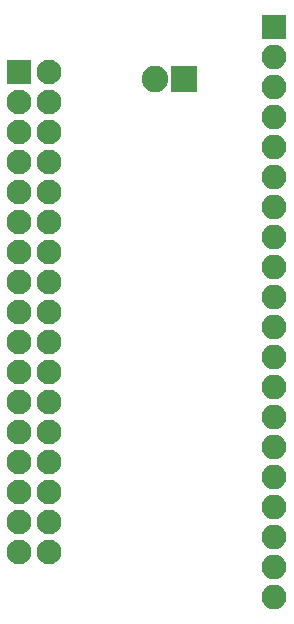
<source format=gbr>
G04 #@! TF.FileFunction,Soldermask,Bot*
%FSLAX46Y46*%
G04 Gerber Fmt 4.6, Leading zero omitted, Abs format (unit mm)*
G04 Created by KiCad (PCBNEW 4.0.7) date 05/03/18 17:21:10*
%MOMM*%
%LPD*%
G01*
G04 APERTURE LIST*
%ADD10C,0.100000*%
%ADD11R,2.100000X2.100000*%
%ADD12O,2.100000X2.100000*%
%ADD13C,2.100000*%
%ADD14R,2.250000X2.250000*%
%ADD15C,2.250000*%
G04 APERTURE END LIST*
D10*
D11*
X124460000Y-79375000D03*
D12*
X124460000Y-81915000D03*
X124460000Y-84455000D03*
X124460000Y-86995000D03*
X124460000Y-89535000D03*
X124460000Y-92075000D03*
X124460000Y-94615000D03*
X124460000Y-97155000D03*
X124460000Y-99695000D03*
X124460000Y-102235000D03*
X124460000Y-104775000D03*
X124460000Y-107315000D03*
X124460000Y-109855000D03*
X124460000Y-112395000D03*
X124460000Y-114935000D03*
X124460000Y-117475000D03*
X124460000Y-120015000D03*
X124460000Y-122555000D03*
X124460000Y-125095000D03*
X124460000Y-127635000D03*
D11*
X102870000Y-83185000D03*
D13*
X105410000Y-83185000D03*
X102870000Y-85725000D03*
X105410000Y-85725000D03*
X102870000Y-88265000D03*
X105410000Y-88265000D03*
X102870000Y-90805000D03*
X105410000Y-90805000D03*
X102870000Y-93345000D03*
X105410000Y-93345000D03*
X102870000Y-95885000D03*
X105410000Y-95885000D03*
X102870000Y-98425000D03*
X105410000Y-98425000D03*
X102870000Y-100965000D03*
X105410000Y-100965000D03*
X102870000Y-103505000D03*
X105410000Y-103505000D03*
X102870000Y-106045000D03*
X105410000Y-106045000D03*
X102870000Y-108585000D03*
X105410000Y-108585000D03*
X102870000Y-111125000D03*
X105410000Y-111125000D03*
X102870000Y-113665000D03*
X105410000Y-113665000D03*
X102870000Y-116205000D03*
X105410000Y-116205000D03*
X102870000Y-118745000D03*
X105410000Y-118745000D03*
X102870000Y-121285000D03*
X105410000Y-121285000D03*
X102870000Y-123825000D03*
X105410000Y-123825000D03*
D14*
X116840000Y-83820000D03*
D15*
X114340000Y-83820000D03*
M02*

</source>
